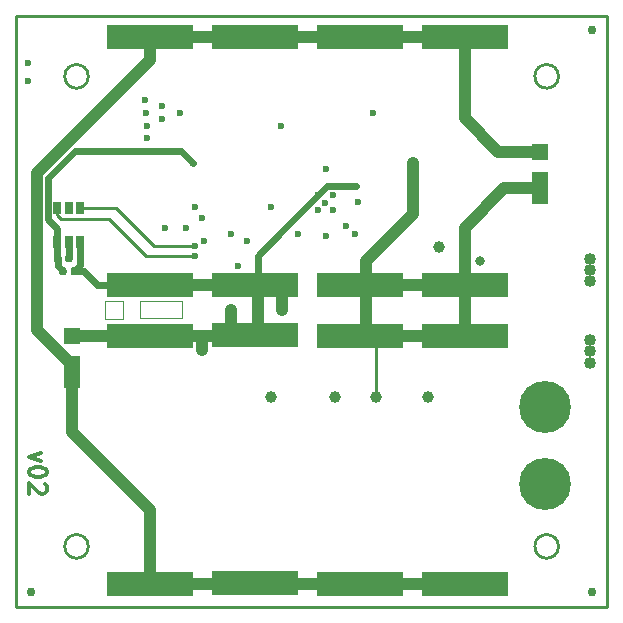
<source format=gbr>
%TF.GenerationSoftware,KiCad,Pcbnew,(5.0.1-3-g963ef8bb5)*%
%TF.CreationDate,2020-03-04T19:54:40-08:00*%
%TF.ProjectId,SolarCell+Y,536F6C617243656C6C2B592E6B696361,rev?*%
%TF.SameCoordinates,Original*%
%TF.FileFunction,Copper,L1,Top,Signal*%
%TF.FilePolarity,Positive*%
%FSLAX46Y46*%
G04 Gerber Fmt 4.6, Leading zero omitted, Abs format (unit mm)*
G04 Created by KiCad (PCBNEW (5.0.1-3-g963ef8bb5)) date Wednesday, March 04, 2020 at 07:54:40 PM*
%MOMM*%
%LPD*%
G01*
G04 APERTURE LIST*
%ADD10C,0.050000*%
%ADD11C,0.300000*%
%ADD12C,0.250000*%
%ADD13C,0.750000*%
%ADD14C,1.000000*%
%ADD15C,1.016000*%
%ADD16R,7.400000X2.000000*%
%ADD17R,1.400000X1.400000*%
%ADD18R,1.400000X2.700000*%
%ADD19R,0.700000X1.000000*%
%ADD20C,0.100000*%
%ADD21C,0.590000*%
%ADD22C,4.400000*%
%ADD23C,0.600000*%
%ADD24C,0.800000*%
%ADD25C,1.000000*%
%ADD26C,0.248920*%
%ADD27C,0.609600*%
G04 APERTURE END LIST*
D10*
X160500000Y-65600000D02*
X160500000Y-64100000D01*
X164000000Y-65600000D02*
X160500000Y-65600000D01*
X164000000Y-64100000D02*
X164000000Y-65600000D01*
X160500000Y-64100000D02*
X164000000Y-64100000D01*
X159000000Y-64100000D02*
X157500000Y-64100000D01*
X159000000Y-65650000D02*
X159000000Y-64100000D01*
X157500000Y-65650000D02*
X159000000Y-65650000D01*
X157500000Y-64100000D02*
X157500000Y-65650000D01*
D11*
X152086428Y-76954285D02*
X151086428Y-77311428D01*
X152086428Y-77668571D01*
X152586428Y-78525714D02*
X152586428Y-78668571D01*
X152515000Y-78811428D01*
X152443571Y-78882857D01*
X152300714Y-78954285D01*
X152015000Y-79025714D01*
X151657857Y-79025714D01*
X151372142Y-78954285D01*
X151229285Y-78882857D01*
X151157857Y-78811428D01*
X151086428Y-78668571D01*
X151086428Y-78525714D01*
X151157857Y-78382857D01*
X151229285Y-78311428D01*
X151372142Y-78240000D01*
X151657857Y-78168571D01*
X152015000Y-78168571D01*
X152300714Y-78240000D01*
X152443571Y-78311428D01*
X152515000Y-78382857D01*
X152586428Y-78525714D01*
X152443571Y-79597142D02*
X152515000Y-79668571D01*
X152586428Y-79811428D01*
X152586428Y-80168571D01*
X152515000Y-80311428D01*
X152443571Y-80382857D01*
X152300714Y-80454285D01*
X152157857Y-80454285D01*
X151943571Y-80382857D01*
X151086428Y-79525714D01*
X151086428Y-80454285D01*
D12*
X200000000Y-40000000D02*
X150000000Y-40000000D01*
X150000000Y-90000000D02*
X200000000Y-90000000D01*
X150000000Y-40000000D02*
X150000000Y-90000000D01*
X195900000Y-45100000D02*
G75*
G03X195900000Y-45100000I-1000000J0D01*
G01*
X156100000Y-84900000D02*
G75*
G03X156100000Y-84900000I-1000000J0D01*
G01*
X156100000Y-45100000D02*
G75*
G03X156100000Y-45100000I-1000000J0D01*
G01*
X195900000Y-84900000D02*
G75*
G03X195900000Y-84900000I-1000000J0D01*
G01*
X200000000Y-90000000D02*
X200000000Y-40000000D01*
D13*
X198755000Y-41148000D03*
X151257000Y-88773000D03*
X198755000Y-88773000D03*
D14*
X185750200Y-59512200D03*
X184835800Y-72263000D03*
X176987200Y-72263000D03*
X171602400Y-72263000D03*
X180424666Y-72263000D03*
D15*
X198566000Y-69330000D03*
X198566000Y-60530000D03*
X198566000Y-68380000D03*
X198566000Y-67430000D03*
X198566000Y-61480000D03*
X198566000Y-62430000D03*
D16*
X170180000Y-62738000D03*
X170180000Y-41738000D03*
X161290000Y-67056000D03*
X161290000Y-88056000D03*
X170180000Y-67011000D03*
X170180000Y-88011000D03*
X179070000Y-41738000D03*
X179070000Y-62738000D03*
X187960000Y-41738000D03*
X187960000Y-62738000D03*
X179070000Y-88056000D03*
X179070000Y-67056000D03*
X187960000Y-88056000D03*
X187960000Y-67056000D03*
D17*
X154686000Y-67111000D03*
D18*
X154686000Y-70161000D03*
D16*
X161290000Y-62738000D03*
X161290000Y-41738000D03*
D19*
X153482000Y-56208000D03*
X154432000Y-56208000D03*
X155382000Y-56208000D03*
X155382000Y-59108000D03*
X154432000Y-59108000D03*
X153482000Y-59108000D03*
D20*
G36*
X155586958Y-60183510D02*
X155601276Y-60185634D01*
X155615317Y-60189151D01*
X155628946Y-60194028D01*
X155642031Y-60200217D01*
X155654447Y-60207658D01*
X155666073Y-60216281D01*
X155676798Y-60226002D01*
X155686519Y-60236727D01*
X155695142Y-60248353D01*
X155702583Y-60260769D01*
X155708772Y-60273854D01*
X155713649Y-60287483D01*
X155717166Y-60301524D01*
X155719290Y-60315842D01*
X155720000Y-60330300D01*
X155720000Y-60675300D01*
X155719290Y-60689758D01*
X155717166Y-60704076D01*
X155713649Y-60718117D01*
X155708772Y-60731746D01*
X155702583Y-60744831D01*
X155695142Y-60757247D01*
X155686519Y-60768873D01*
X155676798Y-60779598D01*
X155666073Y-60789319D01*
X155654447Y-60797942D01*
X155642031Y-60805383D01*
X155628946Y-60811572D01*
X155615317Y-60816449D01*
X155601276Y-60819966D01*
X155586958Y-60822090D01*
X155572500Y-60822800D01*
X155277500Y-60822800D01*
X155263042Y-60822090D01*
X155248724Y-60819966D01*
X155234683Y-60816449D01*
X155221054Y-60811572D01*
X155207969Y-60805383D01*
X155195553Y-60797942D01*
X155183927Y-60789319D01*
X155173202Y-60779598D01*
X155163481Y-60768873D01*
X155154858Y-60757247D01*
X155147417Y-60744831D01*
X155141228Y-60731746D01*
X155136351Y-60718117D01*
X155132834Y-60704076D01*
X155130710Y-60689758D01*
X155130000Y-60675300D01*
X155130000Y-60330300D01*
X155130710Y-60315842D01*
X155132834Y-60301524D01*
X155136351Y-60287483D01*
X155141228Y-60273854D01*
X155147417Y-60260769D01*
X155154858Y-60248353D01*
X155163481Y-60236727D01*
X155173202Y-60226002D01*
X155183927Y-60216281D01*
X155195553Y-60207658D01*
X155207969Y-60200217D01*
X155221054Y-60194028D01*
X155234683Y-60189151D01*
X155248724Y-60185634D01*
X155263042Y-60183510D01*
X155277500Y-60182800D01*
X155572500Y-60182800D01*
X155586958Y-60183510D01*
X155586958Y-60183510D01*
G37*
D21*
X155425000Y-60502800D03*
D20*
G36*
X154616958Y-60183510D02*
X154631276Y-60185634D01*
X154645317Y-60189151D01*
X154658946Y-60194028D01*
X154672031Y-60200217D01*
X154684447Y-60207658D01*
X154696073Y-60216281D01*
X154706798Y-60226002D01*
X154716519Y-60236727D01*
X154725142Y-60248353D01*
X154732583Y-60260769D01*
X154738772Y-60273854D01*
X154743649Y-60287483D01*
X154747166Y-60301524D01*
X154749290Y-60315842D01*
X154750000Y-60330300D01*
X154750000Y-60675300D01*
X154749290Y-60689758D01*
X154747166Y-60704076D01*
X154743649Y-60718117D01*
X154738772Y-60731746D01*
X154732583Y-60744831D01*
X154725142Y-60757247D01*
X154716519Y-60768873D01*
X154706798Y-60779598D01*
X154696073Y-60789319D01*
X154684447Y-60797942D01*
X154672031Y-60805383D01*
X154658946Y-60811572D01*
X154645317Y-60816449D01*
X154631276Y-60819966D01*
X154616958Y-60822090D01*
X154602500Y-60822800D01*
X154307500Y-60822800D01*
X154293042Y-60822090D01*
X154278724Y-60819966D01*
X154264683Y-60816449D01*
X154251054Y-60811572D01*
X154237969Y-60805383D01*
X154225553Y-60797942D01*
X154213927Y-60789319D01*
X154203202Y-60779598D01*
X154193481Y-60768873D01*
X154184858Y-60757247D01*
X154177417Y-60744831D01*
X154171228Y-60731746D01*
X154166351Y-60718117D01*
X154162834Y-60704076D01*
X154160710Y-60689758D01*
X154160000Y-60675300D01*
X154160000Y-60330300D01*
X154160710Y-60315842D01*
X154162834Y-60301524D01*
X154166351Y-60287483D01*
X154171228Y-60273854D01*
X154177417Y-60260769D01*
X154184858Y-60248353D01*
X154193481Y-60236727D01*
X154203202Y-60226002D01*
X154213927Y-60216281D01*
X154225553Y-60207658D01*
X154237969Y-60200217D01*
X154251054Y-60194028D01*
X154264683Y-60189151D01*
X154278724Y-60185634D01*
X154293042Y-60183510D01*
X154307500Y-60182800D01*
X154602500Y-60182800D01*
X154616958Y-60183510D01*
X154616958Y-60183510D01*
G37*
D21*
X154455000Y-60502800D03*
D20*
G36*
X154621758Y-60183510D02*
X154636076Y-60185634D01*
X154650117Y-60189151D01*
X154663746Y-60194028D01*
X154676831Y-60200217D01*
X154689247Y-60207658D01*
X154700873Y-60216281D01*
X154711598Y-60226002D01*
X154721319Y-60236727D01*
X154729942Y-60248353D01*
X154737383Y-60260769D01*
X154743572Y-60273854D01*
X154748449Y-60287483D01*
X154751966Y-60301524D01*
X154754090Y-60315842D01*
X154754800Y-60330300D01*
X154754800Y-60675300D01*
X154754090Y-60689758D01*
X154751966Y-60704076D01*
X154748449Y-60718117D01*
X154743572Y-60731746D01*
X154737383Y-60744831D01*
X154729942Y-60757247D01*
X154721319Y-60768873D01*
X154711598Y-60779598D01*
X154700873Y-60789319D01*
X154689247Y-60797942D01*
X154676831Y-60805383D01*
X154663746Y-60811572D01*
X154650117Y-60816449D01*
X154636076Y-60819966D01*
X154621758Y-60822090D01*
X154607300Y-60822800D01*
X154312300Y-60822800D01*
X154297842Y-60822090D01*
X154283524Y-60819966D01*
X154269483Y-60816449D01*
X154255854Y-60811572D01*
X154242769Y-60805383D01*
X154230353Y-60797942D01*
X154218727Y-60789319D01*
X154208002Y-60779598D01*
X154198281Y-60768873D01*
X154189658Y-60757247D01*
X154182217Y-60744831D01*
X154176028Y-60731746D01*
X154171151Y-60718117D01*
X154167634Y-60704076D01*
X154165510Y-60689758D01*
X154164800Y-60675300D01*
X154164800Y-60330300D01*
X154165510Y-60315842D01*
X154167634Y-60301524D01*
X154171151Y-60287483D01*
X154176028Y-60273854D01*
X154182217Y-60260769D01*
X154189658Y-60248353D01*
X154198281Y-60236727D01*
X154208002Y-60226002D01*
X154218727Y-60216281D01*
X154230353Y-60207658D01*
X154242769Y-60200217D01*
X154255854Y-60194028D01*
X154269483Y-60189151D01*
X154283524Y-60185634D01*
X154297842Y-60183510D01*
X154312300Y-60182800D01*
X154607300Y-60182800D01*
X154621758Y-60183510D01*
X154621758Y-60183510D01*
G37*
D21*
X154459800Y-60502800D03*
D20*
G36*
X153651758Y-60183510D02*
X153666076Y-60185634D01*
X153680117Y-60189151D01*
X153693746Y-60194028D01*
X153706831Y-60200217D01*
X153719247Y-60207658D01*
X153730873Y-60216281D01*
X153741598Y-60226002D01*
X153751319Y-60236727D01*
X153759942Y-60248353D01*
X153767383Y-60260769D01*
X153773572Y-60273854D01*
X153778449Y-60287483D01*
X153781966Y-60301524D01*
X153784090Y-60315842D01*
X153784800Y-60330300D01*
X153784800Y-60675300D01*
X153784090Y-60689758D01*
X153781966Y-60704076D01*
X153778449Y-60718117D01*
X153773572Y-60731746D01*
X153767383Y-60744831D01*
X153759942Y-60757247D01*
X153751319Y-60768873D01*
X153741598Y-60779598D01*
X153730873Y-60789319D01*
X153719247Y-60797942D01*
X153706831Y-60805383D01*
X153693746Y-60811572D01*
X153680117Y-60816449D01*
X153666076Y-60819966D01*
X153651758Y-60822090D01*
X153637300Y-60822800D01*
X153342300Y-60822800D01*
X153327842Y-60822090D01*
X153313524Y-60819966D01*
X153299483Y-60816449D01*
X153285854Y-60811572D01*
X153272769Y-60805383D01*
X153260353Y-60797942D01*
X153248727Y-60789319D01*
X153238002Y-60779598D01*
X153228281Y-60768873D01*
X153219658Y-60757247D01*
X153212217Y-60744831D01*
X153206028Y-60731746D01*
X153201151Y-60718117D01*
X153197634Y-60704076D01*
X153195510Y-60689758D01*
X153194800Y-60675300D01*
X153194800Y-60330300D01*
X153195510Y-60315842D01*
X153197634Y-60301524D01*
X153201151Y-60287483D01*
X153206028Y-60273854D01*
X153212217Y-60260769D01*
X153219658Y-60248353D01*
X153228281Y-60236727D01*
X153238002Y-60226002D01*
X153248727Y-60216281D01*
X153260353Y-60207658D01*
X153272769Y-60200217D01*
X153285854Y-60194028D01*
X153299483Y-60189151D01*
X153313524Y-60185634D01*
X153327842Y-60183510D01*
X153342300Y-60182800D01*
X153637300Y-60182800D01*
X153651758Y-60183510D01*
X153651758Y-60183510D01*
G37*
D21*
X153489800Y-60502800D03*
D20*
G36*
X155078958Y-61275710D02*
X155093276Y-61277834D01*
X155107317Y-61281351D01*
X155120946Y-61286228D01*
X155134031Y-61292417D01*
X155146447Y-61299858D01*
X155158073Y-61308481D01*
X155168798Y-61318202D01*
X155178519Y-61328927D01*
X155187142Y-61340553D01*
X155194583Y-61352969D01*
X155200772Y-61366054D01*
X155205649Y-61379683D01*
X155209166Y-61393724D01*
X155211290Y-61408042D01*
X155212000Y-61422500D01*
X155212000Y-61767500D01*
X155211290Y-61781958D01*
X155209166Y-61796276D01*
X155205649Y-61810317D01*
X155200772Y-61823946D01*
X155194583Y-61837031D01*
X155187142Y-61849447D01*
X155178519Y-61861073D01*
X155168798Y-61871798D01*
X155158073Y-61881519D01*
X155146447Y-61890142D01*
X155134031Y-61897583D01*
X155120946Y-61903772D01*
X155107317Y-61908649D01*
X155093276Y-61912166D01*
X155078958Y-61914290D01*
X155064500Y-61915000D01*
X154769500Y-61915000D01*
X154755042Y-61914290D01*
X154740724Y-61912166D01*
X154726683Y-61908649D01*
X154713054Y-61903772D01*
X154699969Y-61897583D01*
X154687553Y-61890142D01*
X154675927Y-61881519D01*
X154665202Y-61871798D01*
X154655481Y-61861073D01*
X154646858Y-61849447D01*
X154639417Y-61837031D01*
X154633228Y-61823946D01*
X154628351Y-61810317D01*
X154624834Y-61796276D01*
X154622710Y-61781958D01*
X154622000Y-61767500D01*
X154622000Y-61422500D01*
X154622710Y-61408042D01*
X154624834Y-61393724D01*
X154628351Y-61379683D01*
X154633228Y-61366054D01*
X154639417Y-61352969D01*
X154646858Y-61340553D01*
X154655481Y-61328927D01*
X154665202Y-61318202D01*
X154675927Y-61308481D01*
X154687553Y-61299858D01*
X154699969Y-61292417D01*
X154713054Y-61286228D01*
X154726683Y-61281351D01*
X154740724Y-61277834D01*
X154755042Y-61275710D01*
X154769500Y-61275000D01*
X155064500Y-61275000D01*
X155078958Y-61275710D01*
X155078958Y-61275710D01*
G37*
D21*
X154917000Y-61595000D03*
D20*
G36*
X154108958Y-61275710D02*
X154123276Y-61277834D01*
X154137317Y-61281351D01*
X154150946Y-61286228D01*
X154164031Y-61292417D01*
X154176447Y-61299858D01*
X154188073Y-61308481D01*
X154198798Y-61318202D01*
X154208519Y-61328927D01*
X154217142Y-61340553D01*
X154224583Y-61352969D01*
X154230772Y-61366054D01*
X154235649Y-61379683D01*
X154239166Y-61393724D01*
X154241290Y-61408042D01*
X154242000Y-61422500D01*
X154242000Y-61767500D01*
X154241290Y-61781958D01*
X154239166Y-61796276D01*
X154235649Y-61810317D01*
X154230772Y-61823946D01*
X154224583Y-61837031D01*
X154217142Y-61849447D01*
X154208519Y-61861073D01*
X154198798Y-61871798D01*
X154188073Y-61881519D01*
X154176447Y-61890142D01*
X154164031Y-61897583D01*
X154150946Y-61903772D01*
X154137317Y-61908649D01*
X154123276Y-61912166D01*
X154108958Y-61914290D01*
X154094500Y-61915000D01*
X153799500Y-61915000D01*
X153785042Y-61914290D01*
X153770724Y-61912166D01*
X153756683Y-61908649D01*
X153743054Y-61903772D01*
X153729969Y-61897583D01*
X153717553Y-61890142D01*
X153705927Y-61881519D01*
X153695202Y-61871798D01*
X153685481Y-61861073D01*
X153676858Y-61849447D01*
X153669417Y-61837031D01*
X153663228Y-61823946D01*
X153658351Y-61810317D01*
X153654834Y-61796276D01*
X153652710Y-61781958D01*
X153652000Y-61767500D01*
X153652000Y-61422500D01*
X153652710Y-61408042D01*
X153654834Y-61393724D01*
X153658351Y-61379683D01*
X153663228Y-61366054D01*
X153669417Y-61352969D01*
X153676858Y-61340553D01*
X153685481Y-61328927D01*
X153695202Y-61318202D01*
X153705927Y-61308481D01*
X153717553Y-61299858D01*
X153729969Y-61292417D01*
X153743054Y-61286228D01*
X153756683Y-61281351D01*
X153770724Y-61277834D01*
X153785042Y-61275710D01*
X153799500Y-61275000D01*
X154094500Y-61275000D01*
X154108958Y-61275710D01*
X154108958Y-61275710D01*
G37*
D21*
X153947000Y-61595000D03*
D17*
X194310000Y-51490000D03*
D18*
X194310000Y-54540000D03*
D22*
X194800000Y-73100000D03*
X194800000Y-79600000D03*
D23*
X183593740Y-52415440D03*
X183593740Y-53050440D03*
X160978844Y-48166883D03*
X165112690Y-56134000D03*
X178796228Y-54378747D03*
X176174400Y-55806340D03*
X175574980Y-55144184D03*
X176844980Y-55144184D03*
X175567340Y-56413400D03*
X176844980Y-56388784D03*
X164338000Y-57912000D03*
X162575240Y-57912000D03*
X172417740Y-49303940D03*
X168148000Y-64897000D03*
X172466000Y-64897000D03*
X178689000Y-58420000D03*
X165684200Y-62738000D03*
X165684200Y-68300600D03*
X168148000Y-58420000D03*
X164973000Y-52451000D03*
X168783000Y-61147520D03*
D24*
X189300000Y-60700000D03*
D23*
X163830000Y-48196500D03*
X165700000Y-57100000D03*
X165862000Y-59055000D03*
X165100000Y-59436026D03*
X165100000Y-60325000D03*
X151000000Y-45500000D03*
X161036000Y-50292000D03*
X151003000Y-44005500D03*
X162359712Y-47637690D03*
X161036000Y-49276000D03*
X160909000Y-47117000D03*
X162369500Y-48750000D03*
X169560240Y-59019440D03*
X176184580Y-52959784D03*
X177942240Y-57749440D03*
X171528750Y-56161940D03*
X173878240Y-58471590D03*
X176218027Y-58650475D03*
X180164740Y-48224440D03*
X178954084Y-55753784D03*
D25*
X161290000Y-88056000D02*
X170434000Y-88056000D01*
X170434000Y-88056000D02*
X179578000Y-88056000D01*
X179578000Y-88056000D02*
X187960000Y-88056000D01*
X161290000Y-41738000D02*
X170434000Y-41738000D01*
X170434000Y-41738000D02*
X179578000Y-41738000D01*
X179578000Y-41738000D02*
X187960000Y-41738000D01*
X154686000Y-69511000D02*
X154686000Y-70161000D01*
X151768388Y-66593388D02*
X154686000Y-69511000D01*
X151768388Y-53259612D02*
X151768388Y-66593388D01*
X161290000Y-43738000D02*
X151768388Y-53259612D01*
X161290000Y-41738000D02*
X161290000Y-43738000D01*
X161290000Y-81788000D02*
X161290000Y-88056000D01*
X154686000Y-75184000D02*
X161290000Y-81788000D01*
X154686000Y-70161000D02*
X154686000Y-75184000D01*
X187960000Y-48641000D02*
X187960000Y-41738000D01*
X194310000Y-51490000D02*
X190809000Y-51490000D01*
X190809000Y-51490000D02*
X187960000Y-48641000D01*
X179578000Y-67056000D02*
X187960000Y-67056000D01*
X179578000Y-62738000D02*
X187960000Y-62738000D01*
X179578000Y-62738000D02*
X179578000Y-67056000D01*
X187960000Y-62738000D02*
X187960000Y-67056000D01*
X183593740Y-56722260D02*
X183593740Y-52415440D01*
X179578000Y-62738000D02*
X179578000Y-60738000D01*
X179578000Y-60738000D02*
X183593740Y-56722260D01*
X187960000Y-57912000D02*
X187960000Y-62738000D01*
X194310000Y-54540000D02*
X191332000Y-54540000D01*
X191332000Y-54540000D02*
X187960000Y-57912000D01*
D26*
X180424666Y-67056000D02*
X179070000Y-67056000D01*
X180424666Y-72263000D02*
X180424666Y-67056000D01*
D25*
X170434000Y-62738000D02*
X165684200Y-62738000D01*
X170434000Y-62738000D02*
X170434000Y-64897000D01*
X170434000Y-64897000D02*
X170434000Y-67056000D01*
D27*
X155425000Y-61087000D02*
X155425000Y-60502800D01*
X154917000Y-61595000D02*
X155425000Y-61087000D01*
X155382000Y-60459800D02*
X155425000Y-60502800D01*
X155382000Y-59108000D02*
X155382000Y-60459800D01*
X156845000Y-62738000D02*
X161290000Y-62738000D01*
X154917000Y-61595000D02*
X155702000Y-61595000D01*
X155702000Y-61595000D02*
X156845000Y-62738000D01*
D25*
X161235000Y-67111000D02*
X161290000Y-67056000D01*
X154686000Y-67111000D02*
X161235000Y-67111000D01*
D27*
X176340417Y-54378747D02*
X178796228Y-54378747D01*
X175574980Y-55144184D02*
X176340417Y-54378747D01*
X172339000Y-58380164D02*
X175574980Y-55144184D01*
X170434000Y-62738000D02*
X170434000Y-60285164D01*
X170434000Y-60285164D02*
X172339000Y-58380164D01*
D25*
X168148000Y-66954400D02*
X168122600Y-66979800D01*
X168148000Y-64897000D02*
X168148000Y-66954400D01*
X172466000Y-62788800D02*
X172415200Y-62738000D01*
X172466000Y-64897000D02*
X172466000Y-62788800D01*
X165684200Y-62738000D02*
X161290000Y-62738000D01*
X165684200Y-67887509D02*
X165684200Y-67056000D01*
X165684200Y-68300600D02*
X165684200Y-67887509D01*
X170434000Y-67056000D02*
X165684200Y-67056000D01*
X165684200Y-67056000D02*
X161290000Y-67056000D01*
D27*
X153489800Y-61137800D02*
X153947000Y-61595000D01*
X153489800Y-60502800D02*
X153489800Y-61137800D01*
X153482000Y-60495000D02*
X153489800Y-60502800D01*
X153482000Y-59108000D02*
X153482000Y-60495000D01*
X163957000Y-51435000D02*
X164973000Y-52451000D01*
X154940000Y-51435000D02*
X163957000Y-51435000D01*
X152700199Y-53674801D02*
X154940000Y-51435000D01*
X152700199Y-57216599D02*
X152700199Y-53674801D01*
X153482000Y-59108000D02*
X153482000Y-57998400D01*
X153482000Y-57998400D02*
X152700199Y-57216599D01*
D26*
X161671026Y-59436026D02*
X165100000Y-59436026D01*
X155382000Y-56208000D02*
X158443000Y-56208000D01*
X158443000Y-56208000D02*
X161671026Y-59436026D01*
X161010600Y-60325000D02*
X165100000Y-60325000D01*
X157835600Y-57150000D02*
X161010600Y-60325000D01*
X153797000Y-57150000D02*
X157835600Y-57150000D01*
X153482000Y-56208000D02*
X153482000Y-56835000D01*
X153482000Y-56835000D02*
X153797000Y-57150000D01*
D27*
X154432000Y-60479800D02*
X154455000Y-60502800D01*
X154432000Y-59108000D02*
X154432000Y-60479800D01*
M02*

</source>
